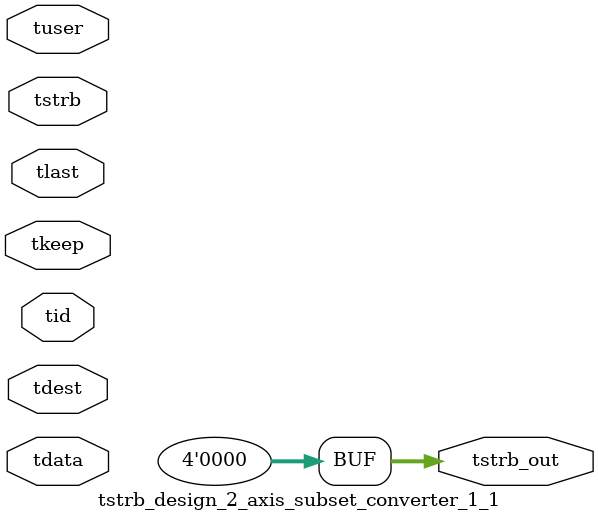
<source format=v>


`timescale 1ps/1ps

module tstrb_design_2_axis_subset_converter_1_1 #
(
parameter C_S_AXIS_TDATA_WIDTH = 32,
parameter C_S_AXIS_TUSER_WIDTH = 0,
parameter C_S_AXIS_TID_WIDTH   = 0,
parameter C_S_AXIS_TDEST_WIDTH = 0,
parameter C_M_AXIS_TDATA_WIDTH = 32
)
(
input  [(C_S_AXIS_TDATA_WIDTH == 0 ? 1 : C_S_AXIS_TDATA_WIDTH)-1:0     ] tdata,
input  [(C_S_AXIS_TUSER_WIDTH == 0 ? 1 : C_S_AXIS_TUSER_WIDTH)-1:0     ] tuser,
input  [(C_S_AXIS_TID_WIDTH   == 0 ? 1 : C_S_AXIS_TID_WIDTH)-1:0       ] tid,
input  [(C_S_AXIS_TDEST_WIDTH == 0 ? 1 : C_S_AXIS_TDEST_WIDTH)-1:0     ] tdest,
input  [(C_S_AXIS_TDATA_WIDTH/8)-1:0 ] tkeep,
input  [(C_S_AXIS_TDATA_WIDTH/8)-1:0 ] tstrb,
input                                                                    tlast,
output [(C_M_AXIS_TDATA_WIDTH/8)-1:0 ] tstrb_out
);

assign tstrb_out = {1'b0};

endmodule


</source>
